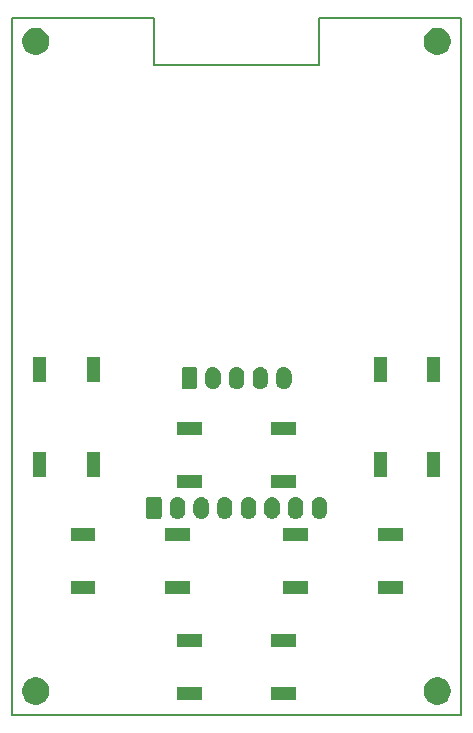
<source format=gbr>
G04 #@! TF.GenerationSoftware,KiCad,Pcbnew,(5.0.2)-1*
G04 #@! TF.CreationDate,2019-04-29T20:54:11+02:00*
G04 #@! TF.ProjectId,TaggerKeypadDisplay,54616767-6572-44b6-9579-706164446973,rev?*
G04 #@! TF.SameCoordinates,Original*
G04 #@! TF.FileFunction,Soldermask,Bot*
G04 #@! TF.FilePolarity,Negative*
%FSLAX46Y46*%
G04 Gerber Fmt 4.6, Leading zero omitted, Abs format (unit mm)*
G04 Created by KiCad (PCBNEW (5.0.2)-1) date 29.04.2019 20:54:11*
%MOMM*%
%LPD*%
G01*
G04 APERTURE LIST*
%ADD10C,0.150000*%
%ADD11C,0.100000*%
G04 APERTURE END LIST*
D10*
X68000000Y-30000000D02*
X56000000Y-30000000D01*
X68000000Y-89000000D02*
X68000000Y-30000000D01*
X30000000Y-89000000D02*
X68000000Y-89000000D01*
X30000000Y-30000000D02*
X30000000Y-89000000D01*
X42000000Y-30000000D02*
X30000000Y-30000000D01*
X42000000Y-34000000D02*
X42000000Y-30000000D01*
X56000000Y-34000000D02*
X42000000Y-34000000D01*
X56000000Y-30000000D02*
X56000000Y-34000000D01*
D11*
G36*
X66335734Y-85893232D02*
X66545202Y-85979996D01*
X66733723Y-86105962D01*
X66894038Y-86266277D01*
X67020004Y-86454798D01*
X67106768Y-86664266D01*
X67151000Y-86886635D01*
X67151000Y-87113365D01*
X67106768Y-87335734D01*
X67020004Y-87545202D01*
X66894038Y-87733723D01*
X66733723Y-87894038D01*
X66545202Y-88020004D01*
X66335734Y-88106768D01*
X66113365Y-88151000D01*
X65886635Y-88151000D01*
X65664266Y-88106768D01*
X65454798Y-88020004D01*
X65266277Y-87894038D01*
X65105962Y-87733723D01*
X64979996Y-87545202D01*
X64893232Y-87335734D01*
X64849000Y-87113365D01*
X64849000Y-86886635D01*
X64893232Y-86664266D01*
X64979996Y-86454798D01*
X65105962Y-86266277D01*
X65266277Y-86105962D01*
X65454798Y-85979996D01*
X65664266Y-85893232D01*
X65886635Y-85849000D01*
X66113365Y-85849000D01*
X66335734Y-85893232D01*
X66335734Y-85893232D01*
G37*
G36*
X32335734Y-85893232D02*
X32545202Y-85979996D01*
X32733723Y-86105962D01*
X32894038Y-86266277D01*
X33020004Y-86454798D01*
X33106768Y-86664266D01*
X33151000Y-86886635D01*
X33151000Y-87113365D01*
X33106768Y-87335734D01*
X33020004Y-87545202D01*
X32894038Y-87733723D01*
X32733723Y-87894038D01*
X32545202Y-88020004D01*
X32335734Y-88106768D01*
X32113365Y-88151000D01*
X31886635Y-88151000D01*
X31664266Y-88106768D01*
X31454798Y-88020004D01*
X31266277Y-87894038D01*
X31105962Y-87733723D01*
X30979996Y-87545202D01*
X30893232Y-87335734D01*
X30849000Y-87113365D01*
X30849000Y-86886635D01*
X30893232Y-86664266D01*
X30979996Y-86454798D01*
X31105962Y-86266277D01*
X31266277Y-86105962D01*
X31454798Y-85979996D01*
X31664266Y-85893232D01*
X31886635Y-85849000D01*
X32113365Y-85849000D01*
X32335734Y-85893232D01*
X32335734Y-85893232D01*
G37*
G36*
X54051000Y-87801000D02*
X51949000Y-87801000D01*
X51949000Y-86699000D01*
X54051000Y-86699000D01*
X54051000Y-87801000D01*
X54051000Y-87801000D01*
G37*
G36*
X46051000Y-87801000D02*
X43949000Y-87801000D01*
X43949000Y-86699000D01*
X46051000Y-86699000D01*
X46051000Y-87801000D01*
X46051000Y-87801000D01*
G37*
G36*
X46051000Y-83301000D02*
X43949000Y-83301000D01*
X43949000Y-82199000D01*
X46051000Y-82199000D01*
X46051000Y-83301000D01*
X46051000Y-83301000D01*
G37*
G36*
X54051000Y-83301000D02*
X51949000Y-83301000D01*
X51949000Y-82199000D01*
X54051000Y-82199000D01*
X54051000Y-83301000D01*
X54051000Y-83301000D01*
G37*
G36*
X63051000Y-78801000D02*
X60949000Y-78801000D01*
X60949000Y-77699000D01*
X63051000Y-77699000D01*
X63051000Y-78801000D01*
X63051000Y-78801000D01*
G37*
G36*
X55051000Y-78801000D02*
X52949000Y-78801000D01*
X52949000Y-77699000D01*
X55051000Y-77699000D01*
X55051000Y-78801000D01*
X55051000Y-78801000D01*
G37*
G36*
X45051000Y-78801000D02*
X42949000Y-78801000D01*
X42949000Y-77699000D01*
X45051000Y-77699000D01*
X45051000Y-78801000D01*
X45051000Y-78801000D01*
G37*
G36*
X37051000Y-78801000D02*
X34949000Y-78801000D01*
X34949000Y-77699000D01*
X37051000Y-77699000D01*
X37051000Y-78801000D01*
X37051000Y-78801000D01*
G37*
G36*
X63051000Y-74301000D02*
X60949000Y-74301000D01*
X60949000Y-73199000D01*
X63051000Y-73199000D01*
X63051000Y-74301000D01*
X63051000Y-74301000D01*
G37*
G36*
X55051000Y-74301000D02*
X52949000Y-74301000D01*
X52949000Y-73199000D01*
X55051000Y-73199000D01*
X55051000Y-74301000D01*
X55051000Y-74301000D01*
G37*
G36*
X37051000Y-74301000D02*
X34949000Y-74301000D01*
X34949000Y-73199000D01*
X37051000Y-73199000D01*
X37051000Y-74301000D01*
X37051000Y-74301000D01*
G37*
G36*
X45051000Y-74301000D02*
X42949000Y-74301000D01*
X42949000Y-73199000D01*
X45051000Y-73199000D01*
X45051000Y-74301000D01*
X45051000Y-74301000D01*
G37*
G36*
X54127617Y-70583420D02*
X54209426Y-70608237D01*
X54250332Y-70620645D01*
X54272544Y-70632518D01*
X54363425Y-70681095D01*
X54363427Y-70681096D01*
X54363426Y-70681096D01*
X54436965Y-70741447D01*
X54462553Y-70762447D01*
X54543905Y-70861574D01*
X54543906Y-70861576D01*
X54604355Y-70974667D01*
X54616763Y-71015573D01*
X54641580Y-71097382D01*
X54651000Y-71193027D01*
X54651000Y-71806973D01*
X54641580Y-71902618D01*
X54616763Y-71984427D01*
X54604355Y-72025333D01*
X54550819Y-72125491D01*
X54543905Y-72138426D01*
X54462553Y-72237553D01*
X54363426Y-72318905D01*
X54363424Y-72318906D01*
X54250333Y-72379355D01*
X54209427Y-72391763D01*
X54127618Y-72416580D01*
X54000000Y-72429149D01*
X53872383Y-72416580D01*
X53790574Y-72391763D01*
X53749668Y-72379355D01*
X53636577Y-72318906D01*
X53636575Y-72318905D01*
X53537448Y-72237553D01*
X53456095Y-72138426D01*
X53415795Y-72063030D01*
X53395645Y-72025333D01*
X53383237Y-71984427D01*
X53358420Y-71902618D01*
X53349000Y-71806973D01*
X53349000Y-71193028D01*
X53358420Y-71097383D01*
X53395645Y-70974669D01*
X53395645Y-70974668D01*
X53427957Y-70914218D01*
X53456095Y-70861575D01*
X53537447Y-70762447D01*
X53636574Y-70681095D01*
X53671400Y-70662480D01*
X53749667Y-70620645D01*
X53790573Y-70608237D01*
X53872382Y-70583420D01*
X54000000Y-70570851D01*
X54127617Y-70583420D01*
X54127617Y-70583420D01*
G37*
G36*
X52127617Y-70583420D02*
X52209426Y-70608237D01*
X52250332Y-70620645D01*
X52272544Y-70632518D01*
X52363425Y-70681095D01*
X52363427Y-70681096D01*
X52363426Y-70681096D01*
X52436965Y-70741447D01*
X52462553Y-70762447D01*
X52543905Y-70861574D01*
X52543906Y-70861576D01*
X52604355Y-70974667D01*
X52616763Y-71015573D01*
X52641580Y-71097382D01*
X52651000Y-71193027D01*
X52651000Y-71806973D01*
X52641580Y-71902618D01*
X52616763Y-71984427D01*
X52604355Y-72025333D01*
X52550819Y-72125491D01*
X52543905Y-72138426D01*
X52462553Y-72237553D01*
X52363426Y-72318905D01*
X52363424Y-72318906D01*
X52250333Y-72379355D01*
X52209427Y-72391763D01*
X52127618Y-72416580D01*
X52000000Y-72429149D01*
X51872383Y-72416580D01*
X51790574Y-72391763D01*
X51749668Y-72379355D01*
X51636577Y-72318906D01*
X51636575Y-72318905D01*
X51537448Y-72237553D01*
X51456095Y-72138426D01*
X51415795Y-72063030D01*
X51395645Y-72025333D01*
X51383237Y-71984427D01*
X51358420Y-71902618D01*
X51349000Y-71806973D01*
X51349000Y-71193028D01*
X51358420Y-71097383D01*
X51395645Y-70974669D01*
X51395645Y-70974668D01*
X51427957Y-70914218D01*
X51456095Y-70861575D01*
X51537447Y-70762447D01*
X51636574Y-70681095D01*
X51671400Y-70662480D01*
X51749667Y-70620645D01*
X51790573Y-70608237D01*
X51872382Y-70583420D01*
X52000000Y-70570851D01*
X52127617Y-70583420D01*
X52127617Y-70583420D01*
G37*
G36*
X50127617Y-70583420D02*
X50209426Y-70608237D01*
X50250332Y-70620645D01*
X50272544Y-70632518D01*
X50363425Y-70681095D01*
X50363427Y-70681096D01*
X50363426Y-70681096D01*
X50436965Y-70741447D01*
X50462553Y-70762447D01*
X50543905Y-70861574D01*
X50543906Y-70861576D01*
X50604355Y-70974667D01*
X50616763Y-71015573D01*
X50641580Y-71097382D01*
X50651000Y-71193027D01*
X50651000Y-71806973D01*
X50641580Y-71902618D01*
X50616763Y-71984427D01*
X50604355Y-72025333D01*
X50550819Y-72125491D01*
X50543905Y-72138426D01*
X50462553Y-72237553D01*
X50363426Y-72318905D01*
X50363424Y-72318906D01*
X50250333Y-72379355D01*
X50209427Y-72391763D01*
X50127618Y-72416580D01*
X50000000Y-72429149D01*
X49872383Y-72416580D01*
X49790574Y-72391763D01*
X49749668Y-72379355D01*
X49636577Y-72318906D01*
X49636575Y-72318905D01*
X49537448Y-72237553D01*
X49456095Y-72138426D01*
X49415795Y-72063030D01*
X49395645Y-72025333D01*
X49383237Y-71984427D01*
X49358420Y-71902618D01*
X49349000Y-71806973D01*
X49349000Y-71193028D01*
X49358420Y-71097383D01*
X49395645Y-70974669D01*
X49395645Y-70974668D01*
X49427957Y-70914218D01*
X49456095Y-70861575D01*
X49537447Y-70762447D01*
X49636574Y-70681095D01*
X49671400Y-70662480D01*
X49749667Y-70620645D01*
X49790573Y-70608237D01*
X49872382Y-70583420D01*
X50000000Y-70570851D01*
X50127617Y-70583420D01*
X50127617Y-70583420D01*
G37*
G36*
X46127617Y-70583420D02*
X46209426Y-70608237D01*
X46250332Y-70620645D01*
X46272544Y-70632518D01*
X46363425Y-70681095D01*
X46363427Y-70681096D01*
X46363426Y-70681096D01*
X46436965Y-70741447D01*
X46462553Y-70762447D01*
X46543905Y-70861574D01*
X46543906Y-70861576D01*
X46604355Y-70974667D01*
X46616763Y-71015573D01*
X46641580Y-71097382D01*
X46651000Y-71193027D01*
X46651000Y-71806973D01*
X46641580Y-71902618D01*
X46616763Y-71984427D01*
X46604355Y-72025333D01*
X46550819Y-72125491D01*
X46543905Y-72138426D01*
X46462553Y-72237553D01*
X46363426Y-72318905D01*
X46363424Y-72318906D01*
X46250333Y-72379355D01*
X46209427Y-72391763D01*
X46127618Y-72416580D01*
X46000000Y-72429149D01*
X45872383Y-72416580D01*
X45790574Y-72391763D01*
X45749668Y-72379355D01*
X45636577Y-72318906D01*
X45636575Y-72318905D01*
X45537448Y-72237553D01*
X45456095Y-72138426D01*
X45415795Y-72063030D01*
X45395645Y-72025333D01*
X45383237Y-71984427D01*
X45358420Y-71902618D01*
X45349000Y-71806973D01*
X45349000Y-71193028D01*
X45358420Y-71097383D01*
X45395645Y-70974669D01*
X45395645Y-70974668D01*
X45427957Y-70914218D01*
X45456095Y-70861575D01*
X45537447Y-70762447D01*
X45636574Y-70681095D01*
X45671400Y-70662480D01*
X45749667Y-70620645D01*
X45790573Y-70608237D01*
X45872382Y-70583420D01*
X46000000Y-70570851D01*
X46127617Y-70583420D01*
X46127617Y-70583420D01*
G37*
G36*
X56127617Y-70583420D02*
X56209426Y-70608237D01*
X56250332Y-70620645D01*
X56272544Y-70632518D01*
X56363425Y-70681095D01*
X56363427Y-70681096D01*
X56363426Y-70681096D01*
X56436965Y-70741447D01*
X56462553Y-70762447D01*
X56543905Y-70861574D01*
X56543906Y-70861576D01*
X56604355Y-70974667D01*
X56616763Y-71015573D01*
X56641580Y-71097382D01*
X56651000Y-71193027D01*
X56651000Y-71806973D01*
X56641580Y-71902618D01*
X56616763Y-71984427D01*
X56604355Y-72025333D01*
X56550819Y-72125491D01*
X56543905Y-72138426D01*
X56462553Y-72237553D01*
X56363426Y-72318905D01*
X56363424Y-72318906D01*
X56250333Y-72379355D01*
X56209427Y-72391763D01*
X56127618Y-72416580D01*
X56000000Y-72429149D01*
X55872383Y-72416580D01*
X55790574Y-72391763D01*
X55749668Y-72379355D01*
X55636577Y-72318906D01*
X55636575Y-72318905D01*
X55537448Y-72237553D01*
X55456095Y-72138426D01*
X55415795Y-72063030D01*
X55395645Y-72025333D01*
X55383237Y-71984427D01*
X55358420Y-71902618D01*
X55349000Y-71806973D01*
X55349000Y-71193028D01*
X55358420Y-71097383D01*
X55395645Y-70974669D01*
X55395645Y-70974668D01*
X55427957Y-70914218D01*
X55456095Y-70861575D01*
X55537447Y-70762447D01*
X55636574Y-70681095D01*
X55671400Y-70662480D01*
X55749667Y-70620645D01*
X55790573Y-70608237D01*
X55872382Y-70583420D01*
X56000000Y-70570851D01*
X56127617Y-70583420D01*
X56127617Y-70583420D01*
G37*
G36*
X44127617Y-70583420D02*
X44209426Y-70608237D01*
X44250332Y-70620645D01*
X44272544Y-70632518D01*
X44363425Y-70681095D01*
X44363427Y-70681096D01*
X44363426Y-70681096D01*
X44436965Y-70741447D01*
X44462553Y-70762447D01*
X44543905Y-70861574D01*
X44543906Y-70861576D01*
X44604355Y-70974667D01*
X44616763Y-71015573D01*
X44641580Y-71097382D01*
X44651000Y-71193027D01*
X44651000Y-71806973D01*
X44641580Y-71902618D01*
X44616763Y-71984427D01*
X44604355Y-72025333D01*
X44550819Y-72125491D01*
X44543905Y-72138426D01*
X44462553Y-72237553D01*
X44363426Y-72318905D01*
X44363424Y-72318906D01*
X44250333Y-72379355D01*
X44209427Y-72391763D01*
X44127618Y-72416580D01*
X44000000Y-72429149D01*
X43872383Y-72416580D01*
X43790574Y-72391763D01*
X43749668Y-72379355D01*
X43636577Y-72318906D01*
X43636575Y-72318905D01*
X43537448Y-72237553D01*
X43456095Y-72138426D01*
X43415795Y-72063030D01*
X43395645Y-72025333D01*
X43383237Y-71984427D01*
X43358420Y-71902618D01*
X43349000Y-71806973D01*
X43349000Y-71193028D01*
X43358420Y-71097383D01*
X43395645Y-70974669D01*
X43395645Y-70974668D01*
X43427957Y-70914218D01*
X43456095Y-70861575D01*
X43537447Y-70762447D01*
X43636574Y-70681095D01*
X43671400Y-70662480D01*
X43749667Y-70620645D01*
X43790573Y-70608237D01*
X43872382Y-70583420D01*
X44000000Y-70570851D01*
X44127617Y-70583420D01*
X44127617Y-70583420D01*
G37*
G36*
X48127617Y-70583420D02*
X48209426Y-70608237D01*
X48250332Y-70620645D01*
X48272544Y-70632518D01*
X48363425Y-70681095D01*
X48363427Y-70681096D01*
X48363426Y-70681096D01*
X48436965Y-70741447D01*
X48462553Y-70762447D01*
X48543905Y-70861574D01*
X48543906Y-70861576D01*
X48604355Y-70974667D01*
X48616763Y-71015573D01*
X48641580Y-71097382D01*
X48651000Y-71193027D01*
X48651000Y-71806973D01*
X48641580Y-71902618D01*
X48616763Y-71984427D01*
X48604355Y-72025333D01*
X48550819Y-72125491D01*
X48543905Y-72138426D01*
X48462553Y-72237553D01*
X48363426Y-72318905D01*
X48363424Y-72318906D01*
X48250333Y-72379355D01*
X48209427Y-72391763D01*
X48127618Y-72416580D01*
X48000000Y-72429149D01*
X47872383Y-72416580D01*
X47790574Y-72391763D01*
X47749668Y-72379355D01*
X47636577Y-72318906D01*
X47636575Y-72318905D01*
X47537448Y-72237553D01*
X47456095Y-72138426D01*
X47415795Y-72063030D01*
X47395645Y-72025333D01*
X47383237Y-71984427D01*
X47358420Y-71902618D01*
X47349000Y-71806973D01*
X47349000Y-71193028D01*
X47358420Y-71097383D01*
X47395645Y-70974669D01*
X47395645Y-70974668D01*
X47427957Y-70914218D01*
X47456095Y-70861575D01*
X47537447Y-70762447D01*
X47636574Y-70681095D01*
X47671400Y-70662480D01*
X47749667Y-70620645D01*
X47790573Y-70608237D01*
X47872382Y-70583420D01*
X48000000Y-70570851D01*
X48127617Y-70583420D01*
X48127617Y-70583420D01*
G37*
G36*
X42491242Y-70578404D02*
X42528339Y-70589657D01*
X42562520Y-70607927D01*
X42592482Y-70632518D01*
X42617073Y-70662480D01*
X42635343Y-70696661D01*
X42646596Y-70733758D01*
X42651000Y-70778473D01*
X42651000Y-72221527D01*
X42646596Y-72266242D01*
X42635343Y-72303339D01*
X42617073Y-72337520D01*
X42592482Y-72367482D01*
X42562520Y-72392073D01*
X42528339Y-72410343D01*
X42491242Y-72421596D01*
X42446527Y-72426000D01*
X41553473Y-72426000D01*
X41508758Y-72421596D01*
X41471661Y-72410343D01*
X41437480Y-72392073D01*
X41407518Y-72367482D01*
X41382927Y-72337520D01*
X41364657Y-72303339D01*
X41353404Y-72266242D01*
X41349000Y-72221527D01*
X41349000Y-70778473D01*
X41353404Y-70733758D01*
X41364657Y-70696661D01*
X41382927Y-70662480D01*
X41407518Y-70632518D01*
X41437480Y-70607927D01*
X41471661Y-70589657D01*
X41508758Y-70578404D01*
X41553473Y-70574000D01*
X42446527Y-70574000D01*
X42491242Y-70578404D01*
X42491242Y-70578404D01*
G37*
G36*
X54051000Y-69801000D02*
X51949000Y-69801000D01*
X51949000Y-68699000D01*
X54051000Y-68699000D01*
X54051000Y-69801000D01*
X54051000Y-69801000D01*
G37*
G36*
X46051000Y-69801000D02*
X43949000Y-69801000D01*
X43949000Y-68699000D01*
X46051000Y-68699000D01*
X46051000Y-69801000D01*
X46051000Y-69801000D01*
G37*
G36*
X61701000Y-68851000D02*
X60599000Y-68851000D01*
X60599000Y-66749000D01*
X61701000Y-66749000D01*
X61701000Y-68851000D01*
X61701000Y-68851000D01*
G37*
G36*
X32901000Y-68851000D02*
X31799000Y-68851000D01*
X31799000Y-66749000D01*
X32901000Y-66749000D01*
X32901000Y-68851000D01*
X32901000Y-68851000D01*
G37*
G36*
X37401000Y-68851000D02*
X36299000Y-68851000D01*
X36299000Y-66749000D01*
X37401000Y-66749000D01*
X37401000Y-68851000D01*
X37401000Y-68851000D01*
G37*
G36*
X66201000Y-68851000D02*
X65099000Y-68851000D01*
X65099000Y-66749000D01*
X66201000Y-66749000D01*
X66201000Y-68851000D01*
X66201000Y-68851000D01*
G37*
G36*
X46051000Y-65301000D02*
X43949000Y-65301000D01*
X43949000Y-64199000D01*
X46051000Y-64199000D01*
X46051000Y-65301000D01*
X46051000Y-65301000D01*
G37*
G36*
X54051000Y-65301000D02*
X51949000Y-65301000D01*
X51949000Y-64199000D01*
X54051000Y-64199000D01*
X54051000Y-65301000D01*
X54051000Y-65301000D01*
G37*
G36*
X49127617Y-59583420D02*
X49209426Y-59608237D01*
X49250332Y-59620645D01*
X49272544Y-59632518D01*
X49363425Y-59681095D01*
X49363427Y-59681096D01*
X49363426Y-59681096D01*
X49436965Y-59741447D01*
X49462553Y-59762447D01*
X49543905Y-59861574D01*
X49543906Y-59861576D01*
X49604355Y-59974667D01*
X49616763Y-60015573D01*
X49641580Y-60097382D01*
X49651000Y-60193027D01*
X49651000Y-60806973D01*
X49641580Y-60902618D01*
X49616763Y-60984427D01*
X49604355Y-61025333D01*
X49550819Y-61125491D01*
X49543905Y-61138426D01*
X49462553Y-61237553D01*
X49363426Y-61318905D01*
X49363424Y-61318906D01*
X49250333Y-61379355D01*
X49209427Y-61391763D01*
X49127618Y-61416580D01*
X49000000Y-61429149D01*
X48872383Y-61416580D01*
X48790574Y-61391763D01*
X48749668Y-61379355D01*
X48636577Y-61318906D01*
X48636575Y-61318905D01*
X48537448Y-61237553D01*
X48456095Y-61138426D01*
X48415795Y-61063030D01*
X48395645Y-61025333D01*
X48383237Y-60984427D01*
X48358420Y-60902618D01*
X48349000Y-60806973D01*
X48349000Y-60193028D01*
X48358420Y-60097383D01*
X48395645Y-59974669D01*
X48395645Y-59974668D01*
X48427957Y-59914218D01*
X48456095Y-59861575D01*
X48537447Y-59762447D01*
X48636574Y-59681095D01*
X48671400Y-59662480D01*
X48749667Y-59620645D01*
X48790573Y-59608237D01*
X48872382Y-59583420D01*
X49000000Y-59570851D01*
X49127617Y-59583420D01*
X49127617Y-59583420D01*
G37*
G36*
X47127617Y-59583420D02*
X47209426Y-59608237D01*
X47250332Y-59620645D01*
X47272544Y-59632518D01*
X47363425Y-59681095D01*
X47363427Y-59681096D01*
X47363426Y-59681096D01*
X47436965Y-59741447D01*
X47462553Y-59762447D01*
X47543905Y-59861574D01*
X47543906Y-59861576D01*
X47604355Y-59974667D01*
X47616763Y-60015573D01*
X47641580Y-60097382D01*
X47651000Y-60193027D01*
X47651000Y-60806973D01*
X47641580Y-60902618D01*
X47616763Y-60984427D01*
X47604355Y-61025333D01*
X47550819Y-61125491D01*
X47543905Y-61138426D01*
X47462553Y-61237553D01*
X47363426Y-61318905D01*
X47363424Y-61318906D01*
X47250333Y-61379355D01*
X47209427Y-61391763D01*
X47127618Y-61416580D01*
X47000000Y-61429149D01*
X46872383Y-61416580D01*
X46790574Y-61391763D01*
X46749668Y-61379355D01*
X46636577Y-61318906D01*
X46636575Y-61318905D01*
X46537448Y-61237553D01*
X46456095Y-61138426D01*
X46415795Y-61063030D01*
X46395645Y-61025333D01*
X46383237Y-60984427D01*
X46358420Y-60902618D01*
X46349000Y-60806973D01*
X46349000Y-60193028D01*
X46358420Y-60097383D01*
X46395645Y-59974669D01*
X46395645Y-59974668D01*
X46427957Y-59914218D01*
X46456095Y-59861575D01*
X46537447Y-59762447D01*
X46636574Y-59681095D01*
X46671400Y-59662480D01*
X46749667Y-59620645D01*
X46790573Y-59608237D01*
X46872382Y-59583420D01*
X47000000Y-59570851D01*
X47127617Y-59583420D01*
X47127617Y-59583420D01*
G37*
G36*
X51127617Y-59583420D02*
X51209426Y-59608237D01*
X51250332Y-59620645D01*
X51272544Y-59632518D01*
X51363425Y-59681095D01*
X51363427Y-59681096D01*
X51363426Y-59681096D01*
X51436965Y-59741447D01*
X51462553Y-59762447D01*
X51543905Y-59861574D01*
X51543906Y-59861576D01*
X51604355Y-59974667D01*
X51616763Y-60015573D01*
X51641580Y-60097382D01*
X51651000Y-60193027D01*
X51651000Y-60806973D01*
X51641580Y-60902618D01*
X51616763Y-60984427D01*
X51604355Y-61025333D01*
X51550819Y-61125491D01*
X51543905Y-61138426D01*
X51462553Y-61237553D01*
X51363426Y-61318905D01*
X51363424Y-61318906D01*
X51250333Y-61379355D01*
X51209427Y-61391763D01*
X51127618Y-61416580D01*
X51000000Y-61429149D01*
X50872383Y-61416580D01*
X50790574Y-61391763D01*
X50749668Y-61379355D01*
X50636577Y-61318906D01*
X50636575Y-61318905D01*
X50537448Y-61237553D01*
X50456095Y-61138426D01*
X50415795Y-61063030D01*
X50395645Y-61025333D01*
X50383237Y-60984427D01*
X50358420Y-60902618D01*
X50349000Y-60806973D01*
X50349000Y-60193028D01*
X50358420Y-60097383D01*
X50395645Y-59974669D01*
X50395645Y-59974668D01*
X50427957Y-59914218D01*
X50456095Y-59861575D01*
X50537447Y-59762447D01*
X50636574Y-59681095D01*
X50671400Y-59662480D01*
X50749667Y-59620645D01*
X50790573Y-59608237D01*
X50872382Y-59583420D01*
X51000000Y-59570851D01*
X51127617Y-59583420D01*
X51127617Y-59583420D01*
G37*
G36*
X53127617Y-59583420D02*
X53209426Y-59608237D01*
X53250332Y-59620645D01*
X53272544Y-59632518D01*
X53363425Y-59681095D01*
X53363427Y-59681096D01*
X53363426Y-59681096D01*
X53436965Y-59741447D01*
X53462553Y-59762447D01*
X53543905Y-59861574D01*
X53543906Y-59861576D01*
X53604355Y-59974667D01*
X53616763Y-60015573D01*
X53641580Y-60097382D01*
X53651000Y-60193027D01*
X53651000Y-60806973D01*
X53641580Y-60902618D01*
X53616763Y-60984427D01*
X53604355Y-61025333D01*
X53550819Y-61125491D01*
X53543905Y-61138426D01*
X53462553Y-61237553D01*
X53363426Y-61318905D01*
X53363424Y-61318906D01*
X53250333Y-61379355D01*
X53209427Y-61391763D01*
X53127618Y-61416580D01*
X53000000Y-61429149D01*
X52872383Y-61416580D01*
X52790574Y-61391763D01*
X52749668Y-61379355D01*
X52636577Y-61318906D01*
X52636575Y-61318905D01*
X52537448Y-61237553D01*
X52456095Y-61138426D01*
X52415795Y-61063030D01*
X52395645Y-61025333D01*
X52383237Y-60984427D01*
X52358420Y-60902618D01*
X52349000Y-60806973D01*
X52349000Y-60193028D01*
X52358420Y-60097383D01*
X52395645Y-59974669D01*
X52395645Y-59974668D01*
X52427957Y-59914218D01*
X52456095Y-59861575D01*
X52537447Y-59762447D01*
X52636574Y-59681095D01*
X52671400Y-59662480D01*
X52749667Y-59620645D01*
X52790573Y-59608237D01*
X52872382Y-59583420D01*
X53000000Y-59570851D01*
X53127617Y-59583420D01*
X53127617Y-59583420D01*
G37*
G36*
X45491242Y-59578404D02*
X45528339Y-59589657D01*
X45562520Y-59607927D01*
X45592482Y-59632518D01*
X45617073Y-59662480D01*
X45635343Y-59696661D01*
X45646596Y-59733758D01*
X45651000Y-59778473D01*
X45651000Y-61221527D01*
X45646596Y-61266242D01*
X45635343Y-61303339D01*
X45617073Y-61337520D01*
X45592482Y-61367482D01*
X45562520Y-61392073D01*
X45528339Y-61410343D01*
X45491242Y-61421596D01*
X45446527Y-61426000D01*
X44553473Y-61426000D01*
X44508758Y-61421596D01*
X44471661Y-61410343D01*
X44437480Y-61392073D01*
X44407518Y-61367482D01*
X44382927Y-61337520D01*
X44364657Y-61303339D01*
X44353404Y-61266242D01*
X44349000Y-61221527D01*
X44349000Y-59778473D01*
X44353404Y-59733758D01*
X44364657Y-59696661D01*
X44382927Y-59662480D01*
X44407518Y-59632518D01*
X44437480Y-59607927D01*
X44471661Y-59589657D01*
X44508758Y-59578404D01*
X44553473Y-59574000D01*
X45446527Y-59574000D01*
X45491242Y-59578404D01*
X45491242Y-59578404D01*
G37*
G36*
X66201000Y-60851000D02*
X65099000Y-60851000D01*
X65099000Y-58749000D01*
X66201000Y-58749000D01*
X66201000Y-60851000D01*
X66201000Y-60851000D01*
G37*
G36*
X32901000Y-60851000D02*
X31799000Y-60851000D01*
X31799000Y-58749000D01*
X32901000Y-58749000D01*
X32901000Y-60851000D01*
X32901000Y-60851000D01*
G37*
G36*
X37401000Y-60851000D02*
X36299000Y-60851000D01*
X36299000Y-58749000D01*
X37401000Y-58749000D01*
X37401000Y-60851000D01*
X37401000Y-60851000D01*
G37*
G36*
X61701000Y-60851000D02*
X60599000Y-60851000D01*
X60599000Y-58749000D01*
X61701000Y-58749000D01*
X61701000Y-60851000D01*
X61701000Y-60851000D01*
G37*
G36*
X32335734Y-30893232D02*
X32545202Y-30979996D01*
X32733723Y-31105962D01*
X32894038Y-31266277D01*
X33020004Y-31454798D01*
X33106768Y-31664266D01*
X33151000Y-31886635D01*
X33151000Y-32113365D01*
X33106768Y-32335734D01*
X33020004Y-32545202D01*
X32894038Y-32733723D01*
X32733723Y-32894038D01*
X32545202Y-33020004D01*
X32335734Y-33106768D01*
X32113365Y-33151000D01*
X31886635Y-33151000D01*
X31664266Y-33106768D01*
X31454798Y-33020004D01*
X31266277Y-32894038D01*
X31105962Y-32733723D01*
X30979996Y-32545202D01*
X30893232Y-32335734D01*
X30849000Y-32113365D01*
X30849000Y-31886635D01*
X30893232Y-31664266D01*
X30979996Y-31454798D01*
X31105962Y-31266277D01*
X31266277Y-31105962D01*
X31454798Y-30979996D01*
X31664266Y-30893232D01*
X31886635Y-30849000D01*
X32113365Y-30849000D01*
X32335734Y-30893232D01*
X32335734Y-30893232D01*
G37*
G36*
X66335734Y-30893232D02*
X66545202Y-30979996D01*
X66733723Y-31105962D01*
X66894038Y-31266277D01*
X67020004Y-31454798D01*
X67106768Y-31664266D01*
X67151000Y-31886635D01*
X67151000Y-32113365D01*
X67106768Y-32335734D01*
X67020004Y-32545202D01*
X66894038Y-32733723D01*
X66733723Y-32894038D01*
X66545202Y-33020004D01*
X66335734Y-33106768D01*
X66113365Y-33151000D01*
X65886635Y-33151000D01*
X65664266Y-33106768D01*
X65454798Y-33020004D01*
X65266277Y-32894038D01*
X65105962Y-32733723D01*
X64979996Y-32545202D01*
X64893232Y-32335734D01*
X64849000Y-32113365D01*
X64849000Y-31886635D01*
X64893232Y-31664266D01*
X64979996Y-31454798D01*
X65105962Y-31266277D01*
X65266277Y-31105962D01*
X65454798Y-30979996D01*
X65664266Y-30893232D01*
X65886635Y-30849000D01*
X66113365Y-30849000D01*
X66335734Y-30893232D01*
X66335734Y-30893232D01*
G37*
M02*

</source>
